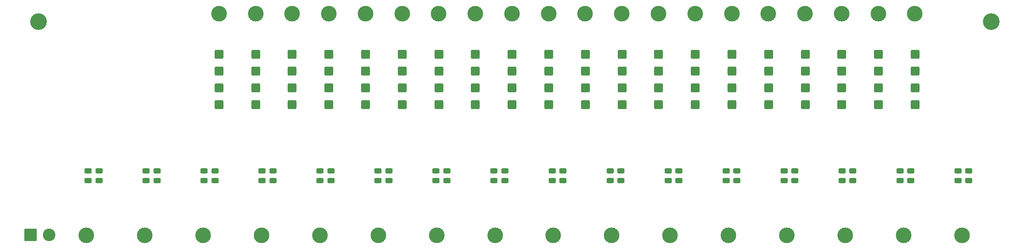
<source format=gbr>
%TF.GenerationSoftware,KiCad,Pcbnew,9.0.3*%
%TF.CreationDate,2025-07-15T10:45:23+03:00*%
%TF.ProjectId,control_unit_tester,636f6e74-726f-46c5-9f75-6e69745f7465,R2*%
%TF.SameCoordinates,Original*%
%TF.FileFunction,Soldermask,Bot*%
%TF.FilePolarity,Negative*%
%FSLAX46Y46*%
G04 Gerber Fmt 4.6, Leading zero omitted, Abs format (unit mm)*
G04 Created by KiCad (PCBNEW 9.0.3) date 2025-07-15 10:45:23*
%MOMM*%
%LPD*%
G01*
G04 APERTURE LIST*
G04 Aperture macros list*
%AMRoundRect*
0 Rectangle with rounded corners*
0 $1 Rounding radius*
0 $2 $3 $4 $5 $6 $7 $8 $9 X,Y pos of 4 corners*
0 Add a 4 corners polygon primitive as box body*
4,1,4,$2,$3,$4,$5,$6,$7,$8,$9,$2,$3,0*
0 Add four circle primitives for the rounded corners*
1,1,$1+$1,$2,$3*
1,1,$1+$1,$4,$5*
1,1,$1+$1,$6,$7*
1,1,$1+$1,$8,$9*
0 Add four rect primitives between the rounded corners*
20,1,$1+$1,$2,$3,$4,$5,0*
20,1,$1+$1,$4,$5,$6,$7,0*
20,1,$1+$1,$6,$7,$8,$9,0*
20,1,$1+$1,$8,$9,$2,$3,0*%
G04 Aperture macros list end*
%ADD10C,3.200000*%
%ADD11C,3.000000*%
%ADD12RoundRect,0.250001X-0.949999X-0.949999X0.949999X-0.949999X0.949999X0.949999X-0.949999X0.949999X0*%
%ADD13C,2.400000*%
%ADD14RoundRect,0.243750X-0.456250X0.243750X-0.456250X-0.243750X0.456250X-0.243750X0.456250X0.243750X0*%
%ADD15RoundRect,0.250000X-0.600000X0.600000X-0.600000X-0.600000X0.600000X-0.600000X0.600000X0.600000X0*%
G04 APERTURE END LIST*
D10*
%TO.C,H2*%
X247500000Y-67500000D03*
%TD*%
D11*
%TO.C,J7*%
X134789474Y-65950000D03*
%TD*%
%TO.C,J2*%
X99750000Y-65950000D03*
%TD*%
%TO.C,J22*%
X74375000Y-108425000D03*
%TD*%
%TO.C,J15*%
X190852632Y-65950000D03*
%TD*%
%TO.C,J25*%
X107885000Y-108425000D03*
%TD*%
%TO.C,J13*%
X176836842Y-65950000D03*
%TD*%
D10*
%TO.C,H1*%
X65250000Y-67500000D03*
%TD*%
D11*
%TO.C,J21*%
X232900000Y-65950000D03*
%TD*%
%TO.C,J12*%
X169828947Y-65950000D03*
%TD*%
%TO.C,J33*%
X197245000Y-108425000D03*
%TD*%
%TO.C,J19*%
X218884211Y-65950000D03*
%TD*%
%TO.C,J27*%
X130225000Y-108425000D03*
%TD*%
%TO.C,J35*%
X219585000Y-108425000D03*
%TD*%
%TO.C,J30*%
X163735000Y-108425000D03*
%TD*%
D12*
%TO.C,J1*%
X63725000Y-108350000D03*
D13*
X67225000Y-108350000D03*
%TD*%
D11*
%TO.C,J34*%
X208415000Y-108425000D03*
%TD*%
%TO.C,J32*%
X186075000Y-108425000D03*
%TD*%
%TO.C,J6*%
X127781579Y-65950000D03*
%TD*%
%TO.C,J31*%
X174905000Y-108425000D03*
%TD*%
%TO.C,J18*%
X211876316Y-65950000D03*
%TD*%
%TO.C,J8*%
X141797368Y-65950000D03*
%TD*%
%TO.C,J14*%
X183844737Y-65950000D03*
%TD*%
%TO.C,J17*%
X204868421Y-65950000D03*
%TD*%
%TO.C,J10*%
X155813158Y-65950000D03*
%TD*%
%TO.C,J23*%
X85545000Y-108425000D03*
%TD*%
%TO.C,J28*%
X141395000Y-108425000D03*
%TD*%
%TO.C,J4*%
X113765789Y-65950000D03*
%TD*%
%TO.C,J29*%
X152565000Y-108425000D03*
%TD*%
%TO.C,J36*%
X230755000Y-108425000D03*
%TD*%
%TO.C,J5*%
X120773684Y-65950000D03*
%TD*%
%TO.C,J9*%
X148805263Y-65950000D03*
%TD*%
%TO.C,J16*%
X197860526Y-65950000D03*
%TD*%
%TO.C,J24*%
X96715000Y-108425000D03*
%TD*%
%TO.C,J3*%
X106757895Y-65950000D03*
%TD*%
%TO.C,J20*%
X225892105Y-65950000D03*
%TD*%
%TO.C,J37*%
X241925000Y-108425000D03*
%TD*%
%TO.C,J26*%
X119055000Y-108425000D03*
%TD*%
%TO.C,J11*%
X162821053Y-65950000D03*
%TD*%
D14*
%TO.C,D23*%
X165560000Y-96062500D03*
X165560000Y-97937500D03*
%TD*%
D15*
%TO.C,SW7*%
X141813158Y-73750000D03*
X141813158Y-76950000D03*
X141813158Y-80150000D03*
X141813158Y-83350000D03*
%TD*%
%TO.C,SW15*%
X197897368Y-73750000D03*
X197897368Y-76950000D03*
X197897368Y-80150000D03*
X197897368Y-83350000D03*
%TD*%
%TO.C,SW20*%
X232950000Y-73750000D03*
X232950000Y-76950000D03*
X232950000Y-80150000D03*
X232950000Y-83350000D03*
%TD*%
%TO.C,SW13*%
X183876316Y-73750000D03*
X183876316Y-76950000D03*
X183876316Y-80150000D03*
X183876316Y-83350000D03*
%TD*%
%TO.C,SW8*%
X148823684Y-73750000D03*
X148823684Y-76950000D03*
X148823684Y-80150000D03*
X148823684Y-83350000D03*
%TD*%
D14*
%TO.C,D47*%
X232130000Y-96062500D03*
X232130000Y-97937500D03*
%TD*%
%TO.C,D34*%
X96915000Y-96062500D03*
X96915000Y-97937500D03*
%TD*%
D15*
%TO.C,SW10*%
X162844737Y-73750000D03*
X162844737Y-76950000D03*
X162844737Y-80150000D03*
X162844737Y-83350000D03*
%TD*%
%TO.C,SW19*%
X225939474Y-73750000D03*
X225939474Y-76950000D03*
X225939474Y-80150000D03*
X225939474Y-83350000D03*
%TD*%
D14*
%TO.C,D46*%
X230055000Y-96062500D03*
X230055000Y-97937500D03*
%TD*%
D15*
%TO.C,SW2*%
X106760526Y-73750000D03*
X106760526Y-76950000D03*
X106760526Y-80150000D03*
X106760526Y-83350000D03*
%TD*%
D14*
%TO.C,D19*%
X154465000Y-96062500D03*
X154465000Y-97937500D03*
%TD*%
%TO.C,D28*%
X185675000Y-96062500D03*
X185675000Y-97937500D03*
%TD*%
D15*
%TO.C,SW17*%
X211918421Y-73750000D03*
X211918421Y-76950000D03*
X211918421Y-80150000D03*
X211918421Y-83350000D03*
%TD*%
D14*
%TO.C,D11*%
X121180000Y-96062500D03*
X121180000Y-97937500D03*
%TD*%
%TO.C,D16*%
X141295000Y-96062500D03*
X141295000Y-97937500D03*
%TD*%
%TO.C,D10*%
X119105000Y-96062500D03*
X119105000Y-97937500D03*
%TD*%
D15*
%TO.C,SW18*%
X218928947Y-73750000D03*
X218928947Y-76950000D03*
X218928947Y-80150000D03*
X218928947Y-83350000D03*
%TD*%
D14*
%TO.C,D49*%
X243225000Y-96062500D03*
X243225000Y-97937500D03*
%TD*%
%TO.C,D6*%
X85820000Y-96062500D03*
X85820000Y-97937500D03*
%TD*%
%TO.C,D48*%
X241150000Y-96062500D03*
X241150000Y-97937500D03*
%TD*%
%TO.C,D30*%
X196770000Y-96062500D03*
X196770000Y-97937500D03*
%TD*%
%TO.C,D29*%
X187750000Y-96062500D03*
X187750000Y-97937500D03*
%TD*%
%TO.C,D5*%
X76800000Y-96062500D03*
X76800000Y-97937500D03*
%TD*%
%TO.C,D17*%
X143370000Y-96062500D03*
X143370000Y-97937500D03*
%TD*%
%TO.C,D36*%
X108010000Y-96062500D03*
X108010000Y-97937500D03*
%TD*%
%TO.C,D12*%
X130200000Y-96062500D03*
X130200000Y-97937500D03*
%TD*%
%TO.C,D42*%
X218960000Y-96062500D03*
X218960000Y-97937500D03*
%TD*%
%TO.C,D43*%
X221035000Y-96062500D03*
X221035000Y-97937500D03*
%TD*%
%TO.C,D41*%
X209940000Y-96062500D03*
X209940000Y-97937500D03*
%TD*%
D15*
%TO.C,SW11*%
X169855263Y-73750000D03*
X169855263Y-76950000D03*
X169855263Y-80150000D03*
X169855263Y-83350000D03*
%TD*%
D14*
%TO.C,D13*%
X132275000Y-96062500D03*
X132275000Y-97937500D03*
%TD*%
%TO.C,D4*%
X74725000Y-96062500D03*
X74725000Y-97937500D03*
%TD*%
D15*
%TO.C,SW9*%
X155834211Y-73750000D03*
X155834211Y-76950000D03*
X155834211Y-80150000D03*
X155834211Y-83350000D03*
%TD*%
%TO.C,SW5*%
X127792105Y-73750000D03*
X127792105Y-76950000D03*
X127792105Y-80150000D03*
X127792105Y-83350000D03*
%TD*%
%TO.C,SW1*%
X99750000Y-73750000D03*
X99750000Y-76950000D03*
X99750000Y-80150000D03*
X99750000Y-83350000D03*
%TD*%
D14*
%TO.C,D25*%
X176655000Y-96062500D03*
X176655000Y-97937500D03*
%TD*%
D15*
%TO.C,SW16*%
X204907895Y-73750000D03*
X204907895Y-76950000D03*
X204907895Y-80150000D03*
X204907895Y-83350000D03*
%TD*%
D14*
%TO.C,D7*%
X87895000Y-96062500D03*
X87895000Y-97937500D03*
%TD*%
D15*
%TO.C,SW6*%
X134802632Y-73750000D03*
X134802632Y-76950000D03*
X134802632Y-80150000D03*
X134802632Y-83350000D03*
%TD*%
D14*
%TO.C,D40*%
X207865000Y-96062500D03*
X207865000Y-97937500D03*
%TD*%
D15*
%TO.C,SW12*%
X176865789Y-73750000D03*
X176865789Y-76950000D03*
X176865789Y-80150000D03*
X176865789Y-83350000D03*
%TD*%
D14*
%TO.C,D37*%
X110085000Y-96062500D03*
X110085000Y-97937500D03*
%TD*%
%TO.C,D22*%
X163485000Y-96062500D03*
X163485000Y-97937500D03*
%TD*%
%TO.C,D24*%
X174580000Y-96062500D03*
X174580000Y-97937500D03*
%TD*%
D15*
%TO.C,SW14*%
X190886842Y-73750000D03*
X190886842Y-76950000D03*
X190886842Y-80150000D03*
X190886842Y-83350000D03*
%TD*%
%TO.C,SW3*%
X113771053Y-73750000D03*
X113771053Y-76950000D03*
X113771053Y-80150000D03*
X113771053Y-83350000D03*
%TD*%
D14*
%TO.C,D31*%
X198845000Y-96062500D03*
X198845000Y-97937500D03*
%TD*%
%TO.C,D35*%
X98990000Y-96062500D03*
X98990000Y-97937500D03*
%TD*%
%TO.C,D18*%
X152390000Y-96062500D03*
X152390000Y-97937500D03*
%TD*%
D15*
%TO.C,SW4*%
X120781579Y-73750000D03*
X120781579Y-76950000D03*
X120781579Y-80150000D03*
X120781579Y-83350000D03*
%TD*%
M02*

</source>
